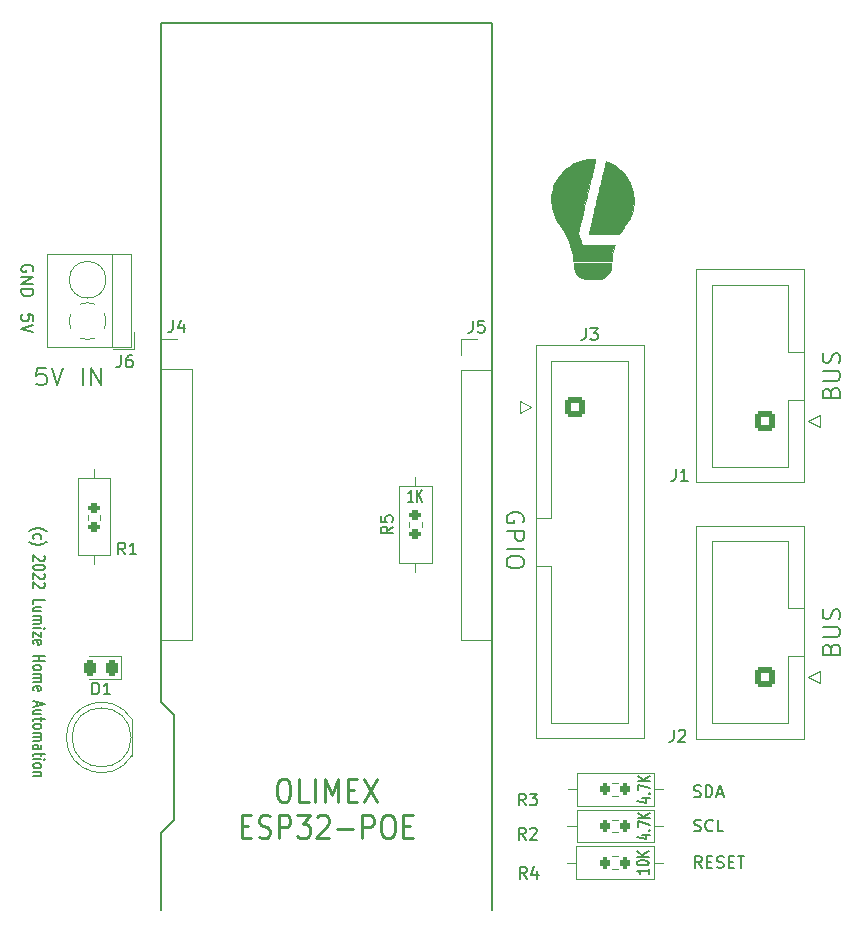
<source format=gto>
%TF.GenerationSoftware,KiCad,Pcbnew,(6.0.4)*%
%TF.CreationDate,2022-04-04T21:54:52+02:00*%
%TF.ProjectId,MCU_INTERFACE_BOARD,4d43555f-494e-4544-9552-464143455f42,rev?*%
%TF.SameCoordinates,Original*%
%TF.FileFunction,Legend,Top*%
%TF.FilePolarity,Positive*%
%FSLAX46Y46*%
G04 Gerber Fmt 4.6, Leading zero omitted, Abs format (unit mm)*
G04 Created by KiCad (PCBNEW (6.0.4)) date 2022-04-04 21:54:52*
%MOMM*%
%LPD*%
G01*
G04 APERTURE LIST*
G04 Aperture macros list*
%AMRoundRect*
0 Rectangle with rounded corners*
0 $1 Rounding radius*
0 $2 $3 $4 $5 $6 $7 $8 $9 X,Y pos of 4 corners*
0 Add a 4 corners polygon primitive as box body*
4,1,4,$2,$3,$4,$5,$6,$7,$8,$9,$2,$3,0*
0 Add four circle primitives for the rounded corners*
1,1,$1+$1,$2,$3*
1,1,$1+$1,$4,$5*
1,1,$1+$1,$6,$7*
1,1,$1+$1,$8,$9*
0 Add four rect primitives between the rounded corners*
20,1,$1+$1,$2,$3,$4,$5,0*
20,1,$1+$1,$4,$5,$6,$7,0*
20,1,$1+$1,$6,$7,$8,$9,0*
20,1,$1+$1,$8,$9,$2,$3,0*%
G04 Aperture macros list end*
%ADD10C,0.150000*%
%ADD11C,0.200000*%
%ADD12C,0.180000*%
%ADD13C,0.230000*%
%ADD14C,0.120000*%
%ADD15C,0.010000*%
%ADD16R,2.400000X2.400000*%
%ADD17C,2.400000*%
%ADD18C,5.600000*%
%ADD19R,1.700000X1.700000*%
%ADD20O,1.700000X1.700000*%
%ADD21RoundRect,0.250000X-0.600000X-0.600000X0.600000X-0.600000X0.600000X0.600000X-0.600000X0.600000X0*%
%ADD22C,1.700000*%
%ADD23RoundRect,0.243750X0.243750X0.456250X-0.243750X0.456250X-0.243750X-0.456250X0.243750X-0.456250X0*%
%ADD24RoundRect,0.250000X0.600000X0.600000X-0.600000X0.600000X-0.600000X-0.600000X0.600000X-0.600000X0*%
%ADD25C,1.600000*%
%ADD26O,1.600000X1.600000*%
%ADD27RoundRect,0.200000X0.275000X-0.200000X0.275000X0.200000X-0.275000X0.200000X-0.275000X-0.200000X0*%
%ADD28RoundRect,0.200000X-0.200000X-0.275000X0.200000X-0.275000X0.200000X0.275000X-0.200000X0.275000X0*%
%ADD29R,1.800000X1.800000*%
%ADD30C,1.800000*%
%ADD31RoundRect,0.200000X-0.275000X0.200000X-0.275000X-0.200000X0.275000X-0.200000X0.275000X0.200000X0*%
G04 APERTURE END LIST*
D10*
X116500000Y-128600000D02*
X117600000Y-127500000D01*
X117600000Y-118600000D02*
X116500000Y-117500000D01*
X117600000Y-127500000D02*
X117600000Y-118600000D01*
X116500000Y-117500000D02*
X116500000Y-60000000D01*
X116500000Y-60000000D02*
X144500000Y-60000000D01*
X144500000Y-60000000D02*
X144500000Y-135100000D01*
X116500000Y-135100000D02*
X116500000Y-128600000D01*
X105266666Y-103033333D02*
X105314285Y-102995238D01*
X105457142Y-102919047D01*
X105552380Y-102880952D01*
X105695238Y-102842857D01*
X105933333Y-102804761D01*
X106123809Y-102804761D01*
X106361904Y-102842857D01*
X106504761Y-102880952D01*
X106600000Y-102919047D01*
X106742857Y-102995238D01*
X106790476Y-103033333D01*
X105695238Y-103680952D02*
X105647619Y-103604761D01*
X105647619Y-103452380D01*
X105695238Y-103376190D01*
X105742857Y-103338095D01*
X105838095Y-103300000D01*
X106123809Y-103300000D01*
X106219047Y-103338095D01*
X106266666Y-103376190D01*
X106314285Y-103452380D01*
X106314285Y-103604761D01*
X106266666Y-103680952D01*
X105266666Y-103947619D02*
X105314285Y-103985714D01*
X105457142Y-104061904D01*
X105552380Y-104100000D01*
X105695238Y-104138095D01*
X105933333Y-104176190D01*
X106123809Y-104176190D01*
X106361904Y-104138095D01*
X106504761Y-104100000D01*
X106600000Y-104061904D01*
X106742857Y-103985714D01*
X106790476Y-103947619D01*
X106552380Y-105128571D02*
X106600000Y-105166666D01*
X106647619Y-105242857D01*
X106647619Y-105433333D01*
X106600000Y-105509523D01*
X106552380Y-105547619D01*
X106457142Y-105585714D01*
X106361904Y-105585714D01*
X106219047Y-105547619D01*
X105647619Y-105090476D01*
X105647619Y-105585714D01*
X106647619Y-106080952D02*
X106647619Y-106157142D01*
X106600000Y-106233333D01*
X106552380Y-106271428D01*
X106457142Y-106309523D01*
X106266666Y-106347619D01*
X106028571Y-106347619D01*
X105838095Y-106309523D01*
X105742857Y-106271428D01*
X105695238Y-106233333D01*
X105647619Y-106157142D01*
X105647619Y-106080952D01*
X105695238Y-106004761D01*
X105742857Y-105966666D01*
X105838095Y-105928571D01*
X106028571Y-105890476D01*
X106266666Y-105890476D01*
X106457142Y-105928571D01*
X106552380Y-105966666D01*
X106600000Y-106004761D01*
X106647619Y-106080952D01*
X106552380Y-106652380D02*
X106600000Y-106690476D01*
X106647619Y-106766666D01*
X106647619Y-106957142D01*
X106600000Y-107033333D01*
X106552380Y-107071428D01*
X106457142Y-107109523D01*
X106361904Y-107109523D01*
X106219047Y-107071428D01*
X105647619Y-106614285D01*
X105647619Y-107109523D01*
X106552380Y-107414285D02*
X106600000Y-107452380D01*
X106647619Y-107528571D01*
X106647619Y-107719047D01*
X106600000Y-107795238D01*
X106552380Y-107833333D01*
X106457142Y-107871428D01*
X106361904Y-107871428D01*
X106219047Y-107833333D01*
X105647619Y-107376190D01*
X105647619Y-107871428D01*
X105647619Y-109204761D02*
X105647619Y-108823809D01*
X106647619Y-108823809D01*
X106314285Y-109814285D02*
X105647619Y-109814285D01*
X106314285Y-109471428D02*
X105790476Y-109471428D01*
X105695238Y-109509523D01*
X105647619Y-109585714D01*
X105647619Y-109700000D01*
X105695238Y-109776190D01*
X105742857Y-109814285D01*
X105647619Y-110195238D02*
X106314285Y-110195238D01*
X106219047Y-110195238D02*
X106266666Y-110233333D01*
X106314285Y-110309523D01*
X106314285Y-110423809D01*
X106266666Y-110500000D01*
X106171428Y-110538095D01*
X105647619Y-110538095D01*
X106171428Y-110538095D02*
X106266666Y-110576190D01*
X106314285Y-110652380D01*
X106314285Y-110766666D01*
X106266666Y-110842857D01*
X106171428Y-110880952D01*
X105647619Y-110880952D01*
X105647619Y-111261904D02*
X106314285Y-111261904D01*
X106647619Y-111261904D02*
X106600000Y-111223809D01*
X106552380Y-111261904D01*
X106600000Y-111300000D01*
X106647619Y-111261904D01*
X106552380Y-111261904D01*
X106314285Y-111566666D02*
X106314285Y-111985714D01*
X105647619Y-111566666D01*
X105647619Y-111985714D01*
X105695238Y-112595238D02*
X105647619Y-112519047D01*
X105647619Y-112366666D01*
X105695238Y-112290476D01*
X105790476Y-112252380D01*
X106171428Y-112252380D01*
X106266666Y-112290476D01*
X106314285Y-112366666D01*
X106314285Y-112519047D01*
X106266666Y-112595238D01*
X106171428Y-112633333D01*
X106076190Y-112633333D01*
X105980952Y-112252380D01*
X105647619Y-113585714D02*
X106647619Y-113585714D01*
X106171428Y-113585714D02*
X106171428Y-114042857D01*
X105647619Y-114042857D02*
X106647619Y-114042857D01*
X105647619Y-114538095D02*
X105695238Y-114461904D01*
X105742857Y-114423809D01*
X105838095Y-114385714D01*
X106123809Y-114385714D01*
X106219047Y-114423809D01*
X106266666Y-114461904D01*
X106314285Y-114538095D01*
X106314285Y-114652380D01*
X106266666Y-114728571D01*
X106219047Y-114766666D01*
X106123809Y-114804761D01*
X105838095Y-114804761D01*
X105742857Y-114766666D01*
X105695238Y-114728571D01*
X105647619Y-114652380D01*
X105647619Y-114538095D01*
X105647619Y-115147619D02*
X106314285Y-115147619D01*
X106219047Y-115147619D02*
X106266666Y-115185714D01*
X106314285Y-115261904D01*
X106314285Y-115376190D01*
X106266666Y-115452380D01*
X106171428Y-115490476D01*
X105647619Y-115490476D01*
X106171428Y-115490476D02*
X106266666Y-115528571D01*
X106314285Y-115604761D01*
X106314285Y-115719047D01*
X106266666Y-115795238D01*
X106171428Y-115833333D01*
X105647619Y-115833333D01*
X105695238Y-116519047D02*
X105647619Y-116442857D01*
X105647619Y-116290476D01*
X105695238Y-116214285D01*
X105790476Y-116176190D01*
X106171428Y-116176190D01*
X106266666Y-116214285D01*
X106314285Y-116290476D01*
X106314285Y-116442857D01*
X106266666Y-116519047D01*
X106171428Y-116557142D01*
X106076190Y-116557142D01*
X105980952Y-116176190D01*
X105933333Y-117471428D02*
X105933333Y-117852380D01*
X105647619Y-117395238D02*
X106647619Y-117661904D01*
X105647619Y-117928571D01*
X106314285Y-118538095D02*
X105647619Y-118538095D01*
X106314285Y-118195238D02*
X105790476Y-118195238D01*
X105695238Y-118233333D01*
X105647619Y-118309523D01*
X105647619Y-118423809D01*
X105695238Y-118500000D01*
X105742857Y-118538095D01*
X106314285Y-118804761D02*
X106314285Y-119109523D01*
X106647619Y-118919047D02*
X105790476Y-118919047D01*
X105695238Y-118957142D01*
X105647619Y-119033333D01*
X105647619Y-119109523D01*
X105647619Y-119490476D02*
X105695238Y-119414285D01*
X105742857Y-119376190D01*
X105838095Y-119338095D01*
X106123809Y-119338095D01*
X106219047Y-119376190D01*
X106266666Y-119414285D01*
X106314285Y-119490476D01*
X106314285Y-119604761D01*
X106266666Y-119680952D01*
X106219047Y-119719047D01*
X106123809Y-119757142D01*
X105838095Y-119757142D01*
X105742857Y-119719047D01*
X105695238Y-119680952D01*
X105647619Y-119604761D01*
X105647619Y-119490476D01*
X105647619Y-120100000D02*
X106314285Y-120100000D01*
X106219047Y-120100000D02*
X106266666Y-120138095D01*
X106314285Y-120214285D01*
X106314285Y-120328571D01*
X106266666Y-120404761D01*
X106171428Y-120442857D01*
X105647619Y-120442857D01*
X106171428Y-120442857D02*
X106266666Y-120480952D01*
X106314285Y-120557142D01*
X106314285Y-120671428D01*
X106266666Y-120747619D01*
X106171428Y-120785714D01*
X105647619Y-120785714D01*
X105647619Y-121509523D02*
X106171428Y-121509523D01*
X106266666Y-121471428D01*
X106314285Y-121395238D01*
X106314285Y-121242857D01*
X106266666Y-121166666D01*
X105695238Y-121509523D02*
X105647619Y-121433333D01*
X105647619Y-121242857D01*
X105695238Y-121166666D01*
X105790476Y-121128571D01*
X105885714Y-121128571D01*
X105980952Y-121166666D01*
X106028571Y-121242857D01*
X106028571Y-121433333D01*
X106076190Y-121509523D01*
X106314285Y-121776190D02*
X106314285Y-122080952D01*
X106647619Y-121890476D02*
X105790476Y-121890476D01*
X105695238Y-121928571D01*
X105647619Y-122004761D01*
X105647619Y-122080952D01*
X105647619Y-122347619D02*
X106314285Y-122347619D01*
X106647619Y-122347619D02*
X106600000Y-122309523D01*
X106552380Y-122347619D01*
X106600000Y-122385714D01*
X106647619Y-122347619D01*
X106552380Y-122347619D01*
X105647619Y-122842857D02*
X105695238Y-122766666D01*
X105742857Y-122728571D01*
X105838095Y-122690476D01*
X106123809Y-122690476D01*
X106219047Y-122728571D01*
X106266666Y-122766666D01*
X106314285Y-122842857D01*
X106314285Y-122957142D01*
X106266666Y-123033333D01*
X106219047Y-123071428D01*
X106123809Y-123109523D01*
X105838095Y-123109523D01*
X105742857Y-123071428D01*
X105695238Y-123033333D01*
X105647619Y-122957142D01*
X105647619Y-122842857D01*
X106314285Y-123452380D02*
X105647619Y-123452380D01*
X106219047Y-123452380D02*
X106266666Y-123490476D01*
X106314285Y-123566666D01*
X106314285Y-123680952D01*
X106266666Y-123757142D01*
X106171428Y-123795238D01*
X105647619Y-123795238D01*
D11*
X147150000Y-102300000D02*
X147221428Y-102157142D01*
X147221428Y-101942857D01*
X147150000Y-101728571D01*
X147007142Y-101585714D01*
X146864285Y-101514285D01*
X146578571Y-101442857D01*
X146364285Y-101442857D01*
X146078571Y-101514285D01*
X145935714Y-101585714D01*
X145792857Y-101728571D01*
X145721428Y-101942857D01*
X145721428Y-102085714D01*
X145792857Y-102300000D01*
X145864285Y-102371428D01*
X146364285Y-102371428D01*
X146364285Y-102085714D01*
X145721428Y-103014285D02*
X147221428Y-103014285D01*
X147221428Y-103585714D01*
X147150000Y-103728571D01*
X147078571Y-103800000D01*
X146935714Y-103871428D01*
X146721428Y-103871428D01*
X146578571Y-103800000D01*
X146507142Y-103728571D01*
X146435714Y-103585714D01*
X146435714Y-103014285D01*
X145721428Y-104514285D02*
X147221428Y-104514285D01*
X147221428Y-105514285D02*
X147221428Y-105800000D01*
X147150000Y-105942857D01*
X147007142Y-106085714D01*
X146721428Y-106157142D01*
X146221428Y-106157142D01*
X145935714Y-106085714D01*
X145792857Y-105942857D01*
X145721428Y-105800000D01*
X145721428Y-105514285D01*
X145792857Y-105371428D01*
X145935714Y-105228571D01*
X146221428Y-105157142D01*
X146721428Y-105157142D01*
X147007142Y-105228571D01*
X147150000Y-105371428D01*
X147221428Y-105514285D01*
D10*
X105600000Y-81038095D02*
X105647619Y-80942857D01*
X105647619Y-80800000D01*
X105600000Y-80657142D01*
X105504761Y-80561904D01*
X105409523Y-80514285D01*
X105219047Y-80466666D01*
X105076190Y-80466666D01*
X104885714Y-80514285D01*
X104790476Y-80561904D01*
X104695238Y-80657142D01*
X104647619Y-80800000D01*
X104647619Y-80895238D01*
X104695238Y-81038095D01*
X104742857Y-81085714D01*
X105076190Y-81085714D01*
X105076190Y-80895238D01*
X104647619Y-81514285D02*
X105647619Y-81514285D01*
X104647619Y-82085714D01*
X105647619Y-82085714D01*
X104647619Y-82561904D02*
X105647619Y-82561904D01*
X105647619Y-82800000D01*
X105600000Y-82942857D01*
X105504761Y-83038095D01*
X105409523Y-83085714D01*
X105219047Y-83133333D01*
X105076190Y-83133333D01*
X104885714Y-83085714D01*
X104790476Y-83038095D01*
X104695238Y-82942857D01*
X104647619Y-82800000D01*
X104647619Y-82561904D01*
X161609523Y-128404761D02*
X161752380Y-128452380D01*
X161990476Y-128452380D01*
X162085714Y-128404761D01*
X162133333Y-128357142D01*
X162180952Y-128261904D01*
X162180952Y-128166666D01*
X162133333Y-128071428D01*
X162085714Y-128023809D01*
X161990476Y-127976190D01*
X161800000Y-127928571D01*
X161704761Y-127880952D01*
X161657142Y-127833333D01*
X161609523Y-127738095D01*
X161609523Y-127642857D01*
X161657142Y-127547619D01*
X161704761Y-127500000D01*
X161800000Y-127452380D01*
X162038095Y-127452380D01*
X162180952Y-127500000D01*
X163180952Y-128357142D02*
X163133333Y-128404761D01*
X162990476Y-128452380D01*
X162895238Y-128452380D01*
X162752380Y-128404761D01*
X162657142Y-128309523D01*
X162609523Y-128214285D01*
X162561904Y-128023809D01*
X162561904Y-127880952D01*
X162609523Y-127690476D01*
X162657142Y-127595238D01*
X162752380Y-127500000D01*
X162895238Y-127452380D01*
X162990476Y-127452380D01*
X163133333Y-127500000D01*
X163180952Y-127547619D01*
X164085714Y-128452380D02*
X163609523Y-128452380D01*
X163609523Y-127452380D01*
D11*
X173192857Y-91292857D02*
X173264285Y-91078571D01*
X173335714Y-91007142D01*
X173478571Y-90935714D01*
X173692857Y-90935714D01*
X173835714Y-91007142D01*
X173907142Y-91078571D01*
X173978571Y-91221428D01*
X173978571Y-91792857D01*
X172478571Y-91792857D01*
X172478571Y-91292857D01*
X172550000Y-91150000D01*
X172621428Y-91078571D01*
X172764285Y-91007142D01*
X172907142Y-91007142D01*
X173050000Y-91078571D01*
X173121428Y-91150000D01*
X173192857Y-91292857D01*
X173192857Y-91792857D01*
X172478571Y-90292857D02*
X173692857Y-90292857D01*
X173835714Y-90221428D01*
X173907142Y-90150000D01*
X173978571Y-90007142D01*
X173978571Y-89721428D01*
X173907142Y-89578571D01*
X173835714Y-89507142D01*
X173692857Y-89435714D01*
X172478571Y-89435714D01*
X173907142Y-88792857D02*
X173978571Y-88578571D01*
X173978571Y-88221428D01*
X173907142Y-88078571D01*
X173835714Y-88007142D01*
X173692857Y-87935714D01*
X173550000Y-87935714D01*
X173407142Y-88007142D01*
X173335714Y-88078571D01*
X173264285Y-88221428D01*
X173192857Y-88507142D01*
X173121428Y-88650000D01*
X173050000Y-88721428D01*
X172907142Y-88792857D01*
X172764285Y-88792857D01*
X172621428Y-88721428D01*
X172550000Y-88650000D01*
X172478571Y-88507142D01*
X172478571Y-88150000D01*
X172550000Y-87935714D01*
D10*
X105647619Y-85209523D02*
X105647619Y-84733333D01*
X105171428Y-84685714D01*
X105219047Y-84733333D01*
X105266666Y-84828571D01*
X105266666Y-85066666D01*
X105219047Y-85161904D01*
X105171428Y-85209523D01*
X105076190Y-85257142D01*
X104838095Y-85257142D01*
X104742857Y-85209523D01*
X104695238Y-85161904D01*
X104647619Y-85066666D01*
X104647619Y-84828571D01*
X104695238Y-84733333D01*
X104742857Y-84685714D01*
X105647619Y-85542857D02*
X104647619Y-85876190D01*
X105647619Y-86209523D01*
D12*
X106700000Y-89178571D02*
X105985714Y-89178571D01*
X105914285Y-89892857D01*
X105985714Y-89821428D01*
X106128571Y-89750000D01*
X106485714Y-89750000D01*
X106628571Y-89821428D01*
X106700000Y-89892857D01*
X106771428Y-90035714D01*
X106771428Y-90392857D01*
X106700000Y-90535714D01*
X106628571Y-90607142D01*
X106485714Y-90678571D01*
X106128571Y-90678571D01*
X105985714Y-90607142D01*
X105914285Y-90535714D01*
X107200000Y-89178571D02*
X107700000Y-90678571D01*
X108200000Y-89178571D01*
X109842857Y-90678571D02*
X109842857Y-89178571D01*
X110557142Y-90678571D02*
X110557142Y-89178571D01*
X111414285Y-90678571D01*
X111414285Y-89178571D01*
D10*
X137839285Y-100552380D02*
X137410714Y-100552380D01*
X137625000Y-100552380D02*
X137625000Y-99552380D01*
X137553571Y-99695238D01*
X137482142Y-99790476D01*
X137410714Y-99838095D01*
X138160714Y-100552380D02*
X138160714Y-99552380D01*
X138589285Y-100552380D02*
X138267857Y-99980952D01*
X138589285Y-99552380D02*
X138160714Y-100123809D01*
X162247619Y-131552380D02*
X161914285Y-131076190D01*
X161676190Y-131552380D02*
X161676190Y-130552380D01*
X162057142Y-130552380D01*
X162152380Y-130600000D01*
X162200000Y-130647619D01*
X162247619Y-130742857D01*
X162247619Y-130885714D01*
X162200000Y-130980952D01*
X162152380Y-131028571D01*
X162057142Y-131076190D01*
X161676190Y-131076190D01*
X162676190Y-131028571D02*
X163009523Y-131028571D01*
X163152380Y-131552380D02*
X162676190Y-131552380D01*
X162676190Y-130552380D01*
X163152380Y-130552380D01*
X163533333Y-131504761D02*
X163676190Y-131552380D01*
X163914285Y-131552380D01*
X164009523Y-131504761D01*
X164057142Y-131457142D01*
X164104761Y-131361904D01*
X164104761Y-131266666D01*
X164057142Y-131171428D01*
X164009523Y-131123809D01*
X163914285Y-131076190D01*
X163723809Y-131028571D01*
X163628571Y-130980952D01*
X163580952Y-130933333D01*
X163533333Y-130838095D01*
X163533333Y-130742857D01*
X163580952Y-130647619D01*
X163628571Y-130600000D01*
X163723809Y-130552380D01*
X163961904Y-130552380D01*
X164104761Y-130600000D01*
X164533333Y-131028571D02*
X164866666Y-131028571D01*
X165009523Y-131552380D02*
X164533333Y-131552380D01*
X164533333Y-130552380D01*
X165009523Y-130552380D01*
X165295238Y-130552380D02*
X165866666Y-130552380D01*
X165580952Y-131552380D02*
X165580952Y-130552380D01*
D11*
X173192857Y-112992857D02*
X173264285Y-112778571D01*
X173335714Y-112707142D01*
X173478571Y-112635714D01*
X173692857Y-112635714D01*
X173835714Y-112707142D01*
X173907142Y-112778571D01*
X173978571Y-112921428D01*
X173978571Y-113492857D01*
X172478571Y-113492857D01*
X172478571Y-112992857D01*
X172550000Y-112850000D01*
X172621428Y-112778571D01*
X172764285Y-112707142D01*
X172907142Y-112707142D01*
X173050000Y-112778571D01*
X173121428Y-112850000D01*
X173192857Y-112992857D01*
X173192857Y-113492857D01*
X172478571Y-111992857D02*
X173692857Y-111992857D01*
X173835714Y-111921428D01*
X173907142Y-111850000D01*
X173978571Y-111707142D01*
X173978571Y-111421428D01*
X173907142Y-111278571D01*
X173835714Y-111207142D01*
X173692857Y-111135714D01*
X172478571Y-111135714D01*
X173907142Y-110492857D02*
X173978571Y-110278571D01*
X173978571Y-109921428D01*
X173907142Y-109778571D01*
X173835714Y-109707142D01*
X173692857Y-109635714D01*
X173550000Y-109635714D01*
X173407142Y-109707142D01*
X173335714Y-109778571D01*
X173264285Y-109921428D01*
X173192857Y-110207142D01*
X173121428Y-110350000D01*
X173050000Y-110421428D01*
X172907142Y-110492857D01*
X172764285Y-110492857D01*
X172621428Y-110421428D01*
X172550000Y-110350000D01*
X172478571Y-110207142D01*
X172478571Y-109850000D01*
X172550000Y-109635714D01*
D10*
X157752380Y-131617857D02*
X157752380Y-132046428D01*
X157752380Y-131832142D02*
X156752380Y-131832142D01*
X156895238Y-131903571D01*
X156990476Y-131975000D01*
X157038095Y-132046428D01*
X156752380Y-131153571D02*
X156752380Y-131082142D01*
X156800000Y-131010714D01*
X156847619Y-130975000D01*
X156942857Y-130939285D01*
X157133333Y-130903571D01*
X157371428Y-130903571D01*
X157561904Y-130939285D01*
X157657142Y-130975000D01*
X157704761Y-131010714D01*
X157752380Y-131082142D01*
X157752380Y-131153571D01*
X157704761Y-131225000D01*
X157657142Y-131260714D01*
X157561904Y-131296428D01*
X157371428Y-131332142D01*
X157133333Y-131332142D01*
X156942857Y-131296428D01*
X156847619Y-131260714D01*
X156800000Y-131225000D01*
X156752380Y-131153571D01*
X157752380Y-130582142D02*
X156752380Y-130582142D01*
X157752380Y-130153571D02*
X157180952Y-130475000D01*
X156752380Y-130153571D02*
X157323809Y-130582142D01*
X157185714Y-128767857D02*
X157852380Y-128767857D01*
X156804761Y-128946428D02*
X157519047Y-129125000D01*
X157519047Y-128660714D01*
X157757142Y-128375000D02*
X157804761Y-128339285D01*
X157852380Y-128375000D01*
X157804761Y-128410714D01*
X157757142Y-128375000D01*
X157852380Y-128375000D01*
X156852380Y-128089285D02*
X156852380Y-127589285D01*
X157852380Y-127910714D01*
X157852380Y-127303571D02*
X156852380Y-127303571D01*
X157852380Y-126875000D02*
X157280952Y-127196428D01*
X156852380Y-126875000D02*
X157423809Y-127303571D01*
X157185714Y-125667857D02*
X157852380Y-125667857D01*
X156804761Y-125846428D02*
X157519047Y-126025000D01*
X157519047Y-125560714D01*
X157757142Y-125275000D02*
X157804761Y-125239285D01*
X157852380Y-125275000D01*
X157804761Y-125310714D01*
X157757142Y-125275000D01*
X157852380Y-125275000D01*
X156852380Y-124989285D02*
X156852380Y-124489285D01*
X157852380Y-124810714D01*
X157852380Y-124203571D02*
X156852380Y-124203571D01*
X157852380Y-123775000D02*
X157280952Y-124096428D01*
X156852380Y-123775000D02*
X157423809Y-124203571D01*
X161585714Y-125504761D02*
X161728571Y-125552380D01*
X161966666Y-125552380D01*
X162061904Y-125504761D01*
X162109523Y-125457142D01*
X162157142Y-125361904D01*
X162157142Y-125266666D01*
X162109523Y-125171428D01*
X162061904Y-125123809D01*
X161966666Y-125076190D01*
X161776190Y-125028571D01*
X161680952Y-124980952D01*
X161633333Y-124933333D01*
X161585714Y-124838095D01*
X161585714Y-124742857D01*
X161633333Y-124647619D01*
X161680952Y-124600000D01*
X161776190Y-124552380D01*
X162014285Y-124552380D01*
X162157142Y-124600000D01*
X162585714Y-125552380D02*
X162585714Y-124552380D01*
X162823809Y-124552380D01*
X162966666Y-124600000D01*
X163061904Y-124695238D01*
X163109523Y-124790476D01*
X163157142Y-124980952D01*
X163157142Y-125123809D01*
X163109523Y-125314285D01*
X163061904Y-125409523D01*
X162966666Y-125504761D01*
X162823809Y-125552380D01*
X162585714Y-125552380D01*
X163538095Y-125266666D02*
X164014285Y-125266666D01*
X163442857Y-125552380D02*
X163776190Y-124552380D01*
X164109523Y-125552380D01*
D13*
X126695238Y-124030023D02*
X127019047Y-124030023D01*
X127180952Y-124120500D01*
X127342857Y-124301452D01*
X127423809Y-124663357D01*
X127423809Y-125296690D01*
X127342857Y-125658595D01*
X127180952Y-125839547D01*
X127019047Y-125930023D01*
X126695238Y-125930023D01*
X126533333Y-125839547D01*
X126371428Y-125658595D01*
X126290476Y-125296690D01*
X126290476Y-124663357D01*
X126371428Y-124301452D01*
X126533333Y-124120500D01*
X126695238Y-124030023D01*
X128961904Y-125930023D02*
X128152380Y-125930023D01*
X128152380Y-124030023D01*
X129528571Y-125930023D02*
X129528571Y-124030023D01*
X130338095Y-125930023D02*
X130338095Y-124030023D01*
X130904761Y-125387166D01*
X131471428Y-124030023D01*
X131471428Y-125930023D01*
X132280952Y-124934785D02*
X132847619Y-124934785D01*
X133090476Y-125930023D02*
X132280952Y-125930023D01*
X132280952Y-124030023D01*
X133090476Y-124030023D01*
X133657142Y-124030023D02*
X134790476Y-125930023D01*
X134790476Y-124030023D02*
X133657142Y-125930023D01*
X123295238Y-127993785D02*
X123861904Y-127993785D01*
X124104761Y-128989023D02*
X123295238Y-128989023D01*
X123295238Y-127089023D01*
X124104761Y-127089023D01*
X124752380Y-128898547D02*
X124995238Y-128989023D01*
X125400000Y-128989023D01*
X125561904Y-128898547D01*
X125642857Y-128808071D01*
X125723809Y-128627119D01*
X125723809Y-128446166D01*
X125642857Y-128265214D01*
X125561904Y-128174738D01*
X125400000Y-128084261D01*
X125076190Y-127993785D01*
X124914285Y-127903309D01*
X124833333Y-127812833D01*
X124752380Y-127631880D01*
X124752380Y-127450928D01*
X124833333Y-127269976D01*
X124914285Y-127179500D01*
X125076190Y-127089023D01*
X125480952Y-127089023D01*
X125723809Y-127179500D01*
X126452380Y-128989023D02*
X126452380Y-127089023D01*
X127100000Y-127089023D01*
X127261904Y-127179500D01*
X127342857Y-127269976D01*
X127423809Y-127450928D01*
X127423809Y-127722357D01*
X127342857Y-127903309D01*
X127261904Y-127993785D01*
X127100000Y-128084261D01*
X126452380Y-128084261D01*
X127990476Y-127089023D02*
X129042857Y-127089023D01*
X128476190Y-127812833D01*
X128719047Y-127812833D01*
X128880952Y-127903309D01*
X128961904Y-127993785D01*
X129042857Y-128174738D01*
X129042857Y-128627119D01*
X128961904Y-128808071D01*
X128880952Y-128898547D01*
X128719047Y-128989023D01*
X128233333Y-128989023D01*
X128071428Y-128898547D01*
X127990476Y-128808071D01*
X129690476Y-127269976D02*
X129771428Y-127179500D01*
X129933333Y-127089023D01*
X130338095Y-127089023D01*
X130500000Y-127179500D01*
X130580952Y-127269976D01*
X130661904Y-127450928D01*
X130661904Y-127631880D01*
X130580952Y-127903309D01*
X129609523Y-128989023D01*
X130661904Y-128989023D01*
X131390476Y-128265214D02*
X132685714Y-128265214D01*
X133495238Y-128989023D02*
X133495238Y-127089023D01*
X134142857Y-127089023D01*
X134304761Y-127179500D01*
X134385714Y-127269976D01*
X134466666Y-127450928D01*
X134466666Y-127722357D01*
X134385714Y-127903309D01*
X134304761Y-127993785D01*
X134142857Y-128084261D01*
X133495238Y-128084261D01*
X135519047Y-127089023D02*
X135842857Y-127089023D01*
X136004761Y-127179500D01*
X136166666Y-127360452D01*
X136247619Y-127722357D01*
X136247619Y-128355690D01*
X136166666Y-128717595D01*
X136004761Y-128898547D01*
X135842857Y-128989023D01*
X135519047Y-128989023D01*
X135357142Y-128898547D01*
X135195238Y-128717595D01*
X135114285Y-128355690D01*
X135114285Y-127722357D01*
X135195238Y-127360452D01*
X135357142Y-127179500D01*
X135519047Y-127089023D01*
X136976190Y-127993785D02*
X137542857Y-127993785D01*
X137785714Y-128989023D02*
X136976190Y-128989023D01*
X136976190Y-127089023D01*
X137785714Y-127089023D01*
D10*
X113066666Y-88152380D02*
X113066666Y-88866666D01*
X113019047Y-89009523D01*
X112923809Y-89104761D01*
X112780952Y-89152380D01*
X112685714Y-89152380D01*
X113971428Y-88152380D02*
X113780952Y-88152380D01*
X113685714Y-88200000D01*
X113638095Y-88247619D01*
X113542857Y-88390476D01*
X113495238Y-88580952D01*
X113495238Y-88961904D01*
X113542857Y-89057142D01*
X113590476Y-89104761D01*
X113685714Y-89152380D01*
X113876190Y-89152380D01*
X113971428Y-89104761D01*
X114019047Y-89057142D01*
X114066666Y-88961904D01*
X114066666Y-88723809D01*
X114019047Y-88628571D01*
X113971428Y-88580952D01*
X113876190Y-88533333D01*
X113685714Y-88533333D01*
X113590476Y-88580952D01*
X113542857Y-88628571D01*
X113495238Y-88723809D01*
X142866666Y-85222380D02*
X142866666Y-85936666D01*
X142819047Y-86079523D01*
X142723809Y-86174761D01*
X142580952Y-86222380D01*
X142485714Y-86222380D01*
X143819047Y-85222380D02*
X143342857Y-85222380D01*
X143295238Y-85698571D01*
X143342857Y-85650952D01*
X143438095Y-85603333D01*
X143676190Y-85603333D01*
X143771428Y-85650952D01*
X143819047Y-85698571D01*
X143866666Y-85793809D01*
X143866666Y-86031904D01*
X143819047Y-86127142D01*
X143771428Y-86174761D01*
X143676190Y-86222380D01*
X143438095Y-86222380D01*
X143342857Y-86174761D01*
X143295238Y-86127142D01*
X117466666Y-85182380D02*
X117466666Y-85896666D01*
X117419047Y-86039523D01*
X117323809Y-86134761D01*
X117180952Y-86182380D01*
X117085714Y-86182380D01*
X118371428Y-85515714D02*
X118371428Y-86182380D01*
X118133333Y-85134761D02*
X117895238Y-85849047D01*
X118514285Y-85849047D01*
X152436666Y-85852380D02*
X152436666Y-86566666D01*
X152389047Y-86709523D01*
X152293809Y-86804761D01*
X152150952Y-86852380D01*
X152055714Y-86852380D01*
X152817619Y-85852380D02*
X153436666Y-85852380D01*
X153103333Y-86233333D01*
X153246190Y-86233333D01*
X153341428Y-86280952D01*
X153389047Y-86328571D01*
X153436666Y-86423809D01*
X153436666Y-86661904D01*
X153389047Y-86757142D01*
X153341428Y-86804761D01*
X153246190Y-86852380D01*
X152960476Y-86852380D01*
X152865238Y-86804761D01*
X152817619Y-86757142D01*
X110661904Y-116852380D02*
X110661904Y-115852380D01*
X110900000Y-115852380D01*
X111042857Y-115900000D01*
X111138095Y-115995238D01*
X111185714Y-116090476D01*
X111233333Y-116280952D01*
X111233333Y-116423809D01*
X111185714Y-116614285D01*
X111138095Y-116709523D01*
X111042857Y-116804761D01*
X110900000Y-116852380D01*
X110661904Y-116852380D01*
X112185714Y-116852380D02*
X111614285Y-116852380D01*
X111900000Y-116852380D02*
X111900000Y-115852380D01*
X111804761Y-115995238D01*
X111709523Y-116090476D01*
X111614285Y-116138095D01*
X160066666Y-97752380D02*
X160066666Y-98466666D01*
X160019047Y-98609523D01*
X159923809Y-98704761D01*
X159780952Y-98752380D01*
X159685714Y-98752380D01*
X161066666Y-98752380D02*
X160495238Y-98752380D01*
X160780952Y-98752380D02*
X160780952Y-97752380D01*
X160685714Y-97895238D01*
X160590476Y-97990476D01*
X160495238Y-98038095D01*
X159866666Y-119852380D02*
X159866666Y-120566666D01*
X159819047Y-120709523D01*
X159723809Y-120804761D01*
X159580952Y-120852380D01*
X159485714Y-120852380D01*
X160295238Y-119947619D02*
X160342857Y-119900000D01*
X160438095Y-119852380D01*
X160676190Y-119852380D01*
X160771428Y-119900000D01*
X160819047Y-119947619D01*
X160866666Y-120042857D01*
X160866666Y-120138095D01*
X160819047Y-120280952D01*
X160247619Y-120852380D01*
X160866666Y-120852380D01*
X147333333Y-126252380D02*
X147000000Y-125776190D01*
X146761904Y-126252380D02*
X146761904Y-125252380D01*
X147142857Y-125252380D01*
X147238095Y-125300000D01*
X147285714Y-125347619D01*
X147333333Y-125442857D01*
X147333333Y-125585714D01*
X147285714Y-125680952D01*
X147238095Y-125728571D01*
X147142857Y-125776190D01*
X146761904Y-125776190D01*
X147666666Y-125252380D02*
X148285714Y-125252380D01*
X147952380Y-125633333D01*
X148095238Y-125633333D01*
X148190476Y-125680952D01*
X148238095Y-125728571D01*
X148285714Y-125823809D01*
X148285714Y-126061904D01*
X148238095Y-126157142D01*
X148190476Y-126204761D01*
X148095238Y-126252380D01*
X147809523Y-126252380D01*
X147714285Y-126204761D01*
X147666666Y-126157142D01*
X147333333Y-129152380D02*
X147000000Y-128676190D01*
X146761904Y-129152380D02*
X146761904Y-128152380D01*
X147142857Y-128152380D01*
X147238095Y-128200000D01*
X147285714Y-128247619D01*
X147333333Y-128342857D01*
X147333333Y-128485714D01*
X147285714Y-128580952D01*
X147238095Y-128628571D01*
X147142857Y-128676190D01*
X146761904Y-128676190D01*
X147714285Y-128247619D02*
X147761904Y-128200000D01*
X147857142Y-128152380D01*
X148095238Y-128152380D01*
X148190476Y-128200000D01*
X148238095Y-128247619D01*
X148285714Y-128342857D01*
X148285714Y-128438095D01*
X148238095Y-128580952D01*
X147666666Y-129152380D01*
X148285714Y-129152380D01*
X113433333Y-105007380D02*
X113100000Y-104531190D01*
X112861904Y-105007380D02*
X112861904Y-104007380D01*
X113242857Y-104007380D01*
X113338095Y-104055000D01*
X113385714Y-104102619D01*
X113433333Y-104197857D01*
X113433333Y-104340714D01*
X113385714Y-104435952D01*
X113338095Y-104483571D01*
X113242857Y-104531190D01*
X112861904Y-104531190D01*
X114385714Y-105007380D02*
X113814285Y-105007380D01*
X114100000Y-105007380D02*
X114100000Y-104007380D01*
X114004761Y-104150238D01*
X113909523Y-104245476D01*
X113814285Y-104293095D01*
X136082380Y-102646666D02*
X135606190Y-102980000D01*
X136082380Y-103218095D02*
X135082380Y-103218095D01*
X135082380Y-102837142D01*
X135130000Y-102741904D01*
X135177619Y-102694285D01*
X135272857Y-102646666D01*
X135415714Y-102646666D01*
X135510952Y-102694285D01*
X135558571Y-102741904D01*
X135606190Y-102837142D01*
X135606190Y-103218095D01*
X135082380Y-101741904D02*
X135082380Y-102218095D01*
X135558571Y-102265714D01*
X135510952Y-102218095D01*
X135463333Y-102122857D01*
X135463333Y-101884761D01*
X135510952Y-101789523D01*
X135558571Y-101741904D01*
X135653809Y-101694285D01*
X135891904Y-101694285D01*
X135987142Y-101741904D01*
X136034761Y-101789523D01*
X136082380Y-101884761D01*
X136082380Y-102122857D01*
X136034761Y-102218095D01*
X135987142Y-102265714D01*
X147433333Y-132452380D02*
X147100000Y-131976190D01*
X146861904Y-132452380D02*
X146861904Y-131452380D01*
X147242857Y-131452380D01*
X147338095Y-131500000D01*
X147385714Y-131547619D01*
X147433333Y-131642857D01*
X147433333Y-131785714D01*
X147385714Y-131880952D01*
X147338095Y-131928571D01*
X147242857Y-131976190D01*
X146861904Y-131976190D01*
X148290476Y-131785714D02*
X148290476Y-132452380D01*
X148052380Y-131404761D02*
X147814285Y-132119047D01*
X148433333Y-132119047D01*
D14*
X106790000Y-87410000D02*
X113910000Y-87410000D01*
X106790000Y-87410000D02*
X106790000Y-79590000D01*
X114150000Y-87650000D02*
X114150000Y-86150000D01*
X112410000Y-87650000D02*
X114150000Y-87650000D01*
X106790000Y-79590000D02*
X113910000Y-79590000D01*
X112350000Y-87410000D02*
X112350000Y-79590000D01*
X113910000Y-87410000D02*
X113910000Y-79590000D01*
X110858000Y-83818000D02*
G75*
G03*
X109642258Y-83817891I-607999J-1432003D01*
G01*
X109642000Y-86682000D02*
G75*
G03*
X110857742Y-86682109I608000J1432000D01*
G01*
X108818000Y-84642000D02*
G75*
G03*
X108817891Y-85857742I1432000J-608000D01*
G01*
X111682000Y-85858000D02*
G75*
G03*
X111805493Y-85222989I-1431988J607998D01*
G01*
X111805000Y-85250000D02*
G75*
G03*
X111681385Y-84642413I-1555000J0D01*
G01*
X111805000Y-81750000D02*
G75*
G03*
X111805000Y-81750000I-1555000J0D01*
G01*
X144530000Y-89370000D02*
X144530000Y-112290000D01*
X141870000Y-89370000D02*
X141870000Y-112290000D01*
X141870000Y-89370000D02*
X144530000Y-89370000D01*
X141870000Y-88100000D02*
X141870000Y-86770000D01*
X141870000Y-86770000D02*
X143200000Y-86770000D01*
X141870000Y-112290000D02*
X144530000Y-112290000D01*
X116470000Y-86730000D02*
X117800000Y-86730000D01*
X116470000Y-89330000D02*
X119130000Y-89330000D01*
X116470000Y-88060000D02*
X116470000Y-86730000D01*
X116470000Y-112250000D02*
X119130000Y-112250000D01*
X119130000Y-89330000D02*
X119130000Y-112250000D01*
X116470000Y-89330000D02*
X116470000Y-112250000D01*
X147820000Y-92500000D02*
X146820000Y-92000000D01*
X149520000Y-88590000D02*
X156020000Y-88590000D01*
X157330000Y-87290000D02*
X157330000Y-120570000D01*
X148210000Y-101880000D02*
X149520000Y-101880000D01*
X146820000Y-92000000D02*
X146820000Y-93000000D01*
X149520000Y-119270000D02*
X149520000Y-105980000D01*
X148210000Y-87290000D02*
X157330000Y-87290000D01*
X149520000Y-105980000D02*
X149520000Y-105980000D01*
X146820000Y-93000000D02*
X147820000Y-92500000D01*
X149520000Y-101880000D02*
X149520000Y-88590000D01*
X149520000Y-105980000D02*
X148210000Y-105980000D01*
X156020000Y-88590000D02*
X156020000Y-119270000D01*
X156020000Y-119270000D02*
X149520000Y-119270000D01*
X148210000Y-120570000D02*
X148210000Y-87290000D01*
X157330000Y-120570000D02*
X148210000Y-120570000D01*
X113085000Y-115560000D02*
X113085000Y-113640000D01*
X110400000Y-115560000D02*
X113085000Y-115560000D01*
X113085000Y-113640000D02*
X110400000Y-113640000D01*
X170890000Y-91940000D02*
X169580000Y-91940000D01*
X161770000Y-80870000D02*
X170890000Y-80870000D01*
X169580000Y-97610000D02*
X163080000Y-97610000D01*
X170890000Y-98910000D02*
X161770000Y-98910000D01*
X163080000Y-97610000D02*
X163080000Y-82170000D01*
X172280000Y-94200000D02*
X172280000Y-93200000D01*
X169580000Y-91940000D02*
X169580000Y-97610000D01*
X172280000Y-93200000D02*
X171280000Y-93700000D01*
X171280000Y-93700000D02*
X172280000Y-94200000D01*
X169580000Y-82170000D02*
X169580000Y-87840000D01*
X163080000Y-82170000D02*
X169580000Y-82170000D01*
X170890000Y-80870000D02*
X170890000Y-98910000D01*
X161770000Y-98910000D02*
X161770000Y-80870000D01*
X169580000Y-87840000D02*
X170890000Y-87840000D01*
X169580000Y-87840000D02*
X169580000Y-87840000D01*
X161770000Y-120610000D02*
X161770000Y-102570000D01*
X170890000Y-102570000D02*
X170890000Y-120610000D01*
X169580000Y-119310000D02*
X163080000Y-119310000D01*
X163080000Y-119310000D02*
X163080000Y-103870000D01*
X169580000Y-103870000D02*
X169580000Y-109540000D01*
X169580000Y-113640000D02*
X169580000Y-119310000D01*
X170890000Y-120610000D02*
X161770000Y-120610000D01*
X163080000Y-103870000D02*
X169580000Y-103870000D01*
X161770000Y-102570000D02*
X170890000Y-102570000D01*
X169580000Y-109540000D02*
X169580000Y-109540000D01*
X169580000Y-109540000D02*
X170890000Y-109540000D01*
X172280000Y-115900000D02*
X172280000Y-114900000D01*
X170890000Y-113640000D02*
X169580000Y-113640000D01*
X172280000Y-114900000D02*
X171280000Y-115400000D01*
X171280000Y-115400000D02*
X172280000Y-115900000D01*
X151670000Y-123530000D02*
X151670000Y-126270000D01*
X158210000Y-126270000D02*
X158210000Y-123530000D01*
X151670000Y-126270000D02*
X158210000Y-126270000D01*
X158210000Y-123530000D02*
X151670000Y-123530000D01*
X158980000Y-124900000D02*
X158210000Y-124900000D01*
X150900000Y-124900000D02*
X151670000Y-124900000D01*
G36*
X154605280Y-80358123D02*
G01*
X154603240Y-80413304D01*
X154597613Y-80481931D01*
X154589138Y-80557595D01*
X154578553Y-80633889D01*
X154566597Y-80704404D01*
X154563581Y-80719880D01*
X154523944Y-80877609D01*
X154471095Y-81023755D01*
X154405774Y-81157305D01*
X154328724Y-81277244D01*
X154240685Y-81382558D01*
X154142401Y-81472234D01*
X154034611Y-81545256D01*
X153920043Y-81599849D01*
X153882864Y-81614262D01*
X153850321Y-81626684D01*
X153820642Y-81637267D01*
X153792055Y-81646165D01*
X153762788Y-81653530D01*
X153731071Y-81659514D01*
X153695132Y-81664270D01*
X153653200Y-81667951D01*
X153603502Y-81670709D01*
X153544269Y-81672696D01*
X153473727Y-81674066D01*
X153390106Y-81674970D01*
X153291635Y-81675562D01*
X153176542Y-81675994D01*
X153043055Y-81676418D01*
X153030480Y-81676459D01*
X152889451Y-81676836D01*
X152767344Y-81676944D01*
X152662764Y-81676761D01*
X152574312Y-81676266D01*
X152500594Y-81675436D01*
X152440213Y-81674251D01*
X152391772Y-81672688D01*
X152353875Y-81670726D01*
X152325125Y-81668343D01*
X152304127Y-81665517D01*
X152302067Y-81665148D01*
X152158717Y-81629237D01*
X152026968Y-81576682D01*
X151906992Y-81507640D01*
X151798962Y-81422269D01*
X151703047Y-81320724D01*
X151619420Y-81203162D01*
X151548253Y-81069741D01*
X151490724Y-80923635D01*
X151459846Y-80818200D01*
X151433640Y-80702685D01*
X151413276Y-80583982D01*
X151399921Y-80468981D01*
X151394745Y-80364574D01*
X151394720Y-80357435D01*
X151394720Y-80308400D01*
X154605280Y-80308400D01*
X154605280Y-80358123D01*
G37*
D15*
X154605280Y-80358123D02*
X154603240Y-80413304D01*
X154597613Y-80481931D01*
X154589138Y-80557595D01*
X154578553Y-80633889D01*
X154566597Y-80704404D01*
X154563581Y-80719880D01*
X154523944Y-80877609D01*
X154471095Y-81023755D01*
X154405774Y-81157305D01*
X154328724Y-81277244D01*
X154240685Y-81382558D01*
X154142401Y-81472234D01*
X154034611Y-81545256D01*
X153920043Y-81599849D01*
X153882864Y-81614262D01*
X153850321Y-81626684D01*
X153820642Y-81637267D01*
X153792055Y-81646165D01*
X153762788Y-81653530D01*
X153731071Y-81659514D01*
X153695132Y-81664270D01*
X153653200Y-81667951D01*
X153603502Y-81670709D01*
X153544269Y-81672696D01*
X153473727Y-81674066D01*
X153390106Y-81674970D01*
X153291635Y-81675562D01*
X153176542Y-81675994D01*
X153043055Y-81676418D01*
X153030480Y-81676459D01*
X152889451Y-81676836D01*
X152767344Y-81676944D01*
X152662764Y-81676761D01*
X152574312Y-81676266D01*
X152500594Y-81675436D01*
X152440213Y-81674251D01*
X152391772Y-81672688D01*
X152353875Y-81670726D01*
X152325125Y-81668343D01*
X152304127Y-81665517D01*
X152302067Y-81665148D01*
X152158717Y-81629237D01*
X152026968Y-81576682D01*
X151906992Y-81507640D01*
X151798962Y-81422269D01*
X151703047Y-81320724D01*
X151619420Y-81203162D01*
X151548253Y-81069741D01*
X151490724Y-80923635D01*
X151459846Y-80818200D01*
X151433640Y-80702685D01*
X151413276Y-80583982D01*
X151399921Y-80468981D01*
X151394745Y-80364574D01*
X151394720Y-80357435D01*
X151394720Y-80308400D01*
X154605280Y-80308400D01*
X154605280Y-80358123D01*
G36*
X153030275Y-71525499D02*
G01*
X153097880Y-71526093D01*
X153156140Y-71527056D01*
X153202411Y-71528330D01*
X153234048Y-71529856D01*
X153248408Y-71531574D01*
X153248909Y-71531846D01*
X153247129Y-71542146D01*
X153240828Y-71571471D01*
X153230180Y-71619076D01*
X153215359Y-71684216D01*
X153196540Y-71766145D01*
X153173897Y-71864119D01*
X153147606Y-71977393D01*
X153117840Y-72105222D01*
X153084774Y-72246860D01*
X153048582Y-72401563D01*
X153009440Y-72568586D01*
X152967522Y-72747184D01*
X152923001Y-72936611D01*
X152876054Y-73136122D01*
X152826854Y-73344974D01*
X152775576Y-73562419D01*
X152722395Y-73787715D01*
X152667485Y-74020115D01*
X152611020Y-74258874D01*
X152553175Y-74503248D01*
X152512336Y-74675653D01*
X152442353Y-74971003D01*
X152376910Y-75247229D01*
X152315858Y-75504979D01*
X152259048Y-75744901D01*
X152206332Y-75967644D01*
X152157560Y-76173855D01*
X152112585Y-76364183D01*
X152071257Y-76539274D01*
X152033428Y-76699779D01*
X151998949Y-76846343D01*
X151967671Y-76979616D01*
X151939446Y-77100246D01*
X151914125Y-77208879D01*
X151891559Y-77306165D01*
X151871600Y-77392752D01*
X151854099Y-77469287D01*
X151838906Y-77536419D01*
X151825875Y-77594795D01*
X151814855Y-77645064D01*
X151805698Y-77687873D01*
X151798256Y-77723870D01*
X151792380Y-77753704D01*
X151787920Y-77778023D01*
X151784729Y-77797475D01*
X151782657Y-77812707D01*
X151781557Y-77824367D01*
X151781278Y-77833104D01*
X151781674Y-77839566D01*
X151782594Y-77844400D01*
X151783890Y-77848256D01*
X151784182Y-77848967D01*
X151875317Y-78076698D01*
X151953032Y-78292913D01*
X152018298Y-78500443D01*
X152061647Y-78659940D01*
X152100773Y-78814880D01*
X153491273Y-78814880D01*
X153687654Y-78814891D01*
X153864704Y-78814935D01*
X154023412Y-78815022D01*
X154164766Y-78815165D01*
X154289755Y-78815376D01*
X154399369Y-78815667D01*
X154494596Y-78816051D01*
X154576424Y-78816540D01*
X154645844Y-78817145D01*
X154703843Y-78817879D01*
X154751410Y-78818754D01*
X154789535Y-78819782D01*
X154819205Y-78820976D01*
X154841411Y-78822347D01*
X154857141Y-78823908D01*
X154867383Y-78825671D01*
X154873126Y-78827647D01*
X154875360Y-78829850D01*
X154875243Y-78831898D01*
X154870348Y-78846897D01*
X154860850Y-78877866D01*
X154847817Y-78921259D01*
X154832312Y-78973535D01*
X154818600Y-79020211D01*
X154748411Y-79287498D01*
X154689978Y-79568683D01*
X154643917Y-79860667D01*
X154631053Y-79962960D01*
X154624513Y-80018472D01*
X154618286Y-80071225D01*
X154613034Y-80115622D01*
X154609417Y-80146067D01*
X154609141Y-80148380D01*
X154603373Y-80196640D01*
X152999046Y-80196640D01*
X152820177Y-80196592D01*
X152646904Y-80196453D01*
X152480311Y-80196228D01*
X152321479Y-80195922D01*
X152171491Y-80195540D01*
X152031431Y-80195087D01*
X151902380Y-80194569D01*
X151785421Y-80193990D01*
X151681636Y-80193355D01*
X151592109Y-80192671D01*
X151517922Y-80191941D01*
X151460157Y-80191171D01*
X151419897Y-80190367D01*
X151398224Y-80189532D01*
X151394593Y-80189020D01*
X151393454Y-80176892D01*
X151390376Y-80148004D01*
X151385734Y-80105784D01*
X151379904Y-80053660D01*
X151374463Y-80005594D01*
X151331762Y-79694608D01*
X151275825Y-79395023D01*
X151206981Y-79108320D01*
X151125557Y-78835983D01*
X151099320Y-78759000D01*
X151013164Y-78533275D01*
X150910338Y-78299167D01*
X150791779Y-78058429D01*
X150658428Y-77812815D01*
X150511223Y-77564079D01*
X150351105Y-77313974D01*
X150231459Y-77138480D01*
X150168916Y-77048515D01*
X150116459Y-76971776D01*
X150072101Y-76905146D01*
X150033853Y-76845505D01*
X149999727Y-76789738D01*
X149967735Y-76734725D01*
X149935890Y-76677349D01*
X149927238Y-76661381D01*
X149811070Y-76425040D01*
X149713888Y-76182664D01*
X149635648Y-75935343D01*
X149576306Y-75684165D01*
X149535819Y-75430220D01*
X149514141Y-75174596D01*
X149511229Y-74918383D01*
X149527039Y-74662670D01*
X149561526Y-74408547D01*
X149614648Y-74157101D01*
X149686359Y-73909422D01*
X149776615Y-73666600D01*
X149885373Y-73429723D01*
X150012588Y-73199881D01*
X150071091Y-73106356D01*
X150223452Y-72889559D01*
X150390548Y-72686378D01*
X150571545Y-72497377D01*
X150765607Y-72323117D01*
X150971899Y-72164160D01*
X151189587Y-72021067D01*
X151417834Y-71894401D01*
X151655805Y-71784723D01*
X151902666Y-71692595D01*
X152157581Y-71618578D01*
X152344680Y-71577003D01*
X152427511Y-71561574D01*
X152501909Y-71549460D01*
X152572308Y-71540286D01*
X152643145Y-71533677D01*
X152718856Y-71529258D01*
X152803876Y-71526654D01*
X152902642Y-71525490D01*
X152955969Y-71525333D01*
X153030275Y-71525499D01*
G37*
X153030275Y-71525499D02*
X153097880Y-71526093D01*
X153156140Y-71527056D01*
X153202411Y-71528330D01*
X153234048Y-71529856D01*
X153248408Y-71531574D01*
X153248909Y-71531846D01*
X153247129Y-71542146D01*
X153240828Y-71571471D01*
X153230180Y-71619076D01*
X153215359Y-71684216D01*
X153196540Y-71766145D01*
X153173897Y-71864119D01*
X153147606Y-71977393D01*
X153117840Y-72105222D01*
X153084774Y-72246860D01*
X153048582Y-72401563D01*
X153009440Y-72568586D01*
X152967522Y-72747184D01*
X152923001Y-72936611D01*
X152876054Y-73136122D01*
X152826854Y-73344974D01*
X152775576Y-73562419D01*
X152722395Y-73787715D01*
X152667485Y-74020115D01*
X152611020Y-74258874D01*
X152553175Y-74503248D01*
X152512336Y-74675653D01*
X152442353Y-74971003D01*
X152376910Y-75247229D01*
X152315858Y-75504979D01*
X152259048Y-75744901D01*
X152206332Y-75967644D01*
X152157560Y-76173855D01*
X152112585Y-76364183D01*
X152071257Y-76539274D01*
X152033428Y-76699779D01*
X151998949Y-76846343D01*
X151967671Y-76979616D01*
X151939446Y-77100246D01*
X151914125Y-77208879D01*
X151891559Y-77306165D01*
X151871600Y-77392752D01*
X151854099Y-77469287D01*
X151838906Y-77536419D01*
X151825875Y-77594795D01*
X151814855Y-77645064D01*
X151805698Y-77687873D01*
X151798256Y-77723870D01*
X151792380Y-77753704D01*
X151787920Y-77778023D01*
X151784729Y-77797475D01*
X151782657Y-77812707D01*
X151781557Y-77824367D01*
X151781278Y-77833104D01*
X151781674Y-77839566D01*
X151782594Y-77844400D01*
X151783890Y-77848256D01*
X151784182Y-77848967D01*
X151875317Y-78076698D01*
X151953032Y-78292913D01*
X152018298Y-78500443D01*
X152061647Y-78659940D01*
X152100773Y-78814880D01*
X153491273Y-78814880D01*
X153687654Y-78814891D01*
X153864704Y-78814935D01*
X154023412Y-78815022D01*
X154164766Y-78815165D01*
X154289755Y-78815376D01*
X154399369Y-78815667D01*
X154494596Y-78816051D01*
X154576424Y-78816540D01*
X154645844Y-78817145D01*
X154703843Y-78817879D01*
X154751410Y-78818754D01*
X154789535Y-78819782D01*
X154819205Y-78820976D01*
X154841411Y-78822347D01*
X154857141Y-78823908D01*
X154867383Y-78825671D01*
X154873126Y-78827647D01*
X154875360Y-78829850D01*
X154875243Y-78831898D01*
X154870348Y-78846897D01*
X154860850Y-78877866D01*
X154847817Y-78921259D01*
X154832312Y-78973535D01*
X154818600Y-79020211D01*
X154748411Y-79287498D01*
X154689978Y-79568683D01*
X154643917Y-79860667D01*
X154631053Y-79962960D01*
X154624513Y-80018472D01*
X154618286Y-80071225D01*
X154613034Y-80115622D01*
X154609417Y-80146067D01*
X154609141Y-80148380D01*
X154603373Y-80196640D01*
X152999046Y-80196640D01*
X152820177Y-80196592D01*
X152646904Y-80196453D01*
X152480311Y-80196228D01*
X152321479Y-80195922D01*
X152171491Y-80195540D01*
X152031431Y-80195087D01*
X151902380Y-80194569D01*
X151785421Y-80193990D01*
X151681636Y-80193355D01*
X151592109Y-80192671D01*
X151517922Y-80191941D01*
X151460157Y-80191171D01*
X151419897Y-80190367D01*
X151398224Y-80189532D01*
X151394593Y-80189020D01*
X151393454Y-80176892D01*
X151390376Y-80148004D01*
X151385734Y-80105784D01*
X151379904Y-80053660D01*
X151374463Y-80005594D01*
X151331762Y-79694608D01*
X151275825Y-79395023D01*
X151206981Y-79108320D01*
X151125557Y-78835983D01*
X151099320Y-78759000D01*
X151013164Y-78533275D01*
X150910338Y-78299167D01*
X150791779Y-78058429D01*
X150658428Y-77812815D01*
X150511223Y-77564079D01*
X150351105Y-77313974D01*
X150231459Y-77138480D01*
X150168916Y-77048515D01*
X150116459Y-76971776D01*
X150072101Y-76905146D01*
X150033853Y-76845505D01*
X149999727Y-76789738D01*
X149967735Y-76734725D01*
X149935890Y-76677349D01*
X149927238Y-76661381D01*
X149811070Y-76425040D01*
X149713888Y-76182664D01*
X149635648Y-75935343D01*
X149576306Y-75684165D01*
X149535819Y-75430220D01*
X149514141Y-75174596D01*
X149511229Y-74918383D01*
X149527039Y-74662670D01*
X149561526Y-74408547D01*
X149614648Y-74157101D01*
X149686359Y-73909422D01*
X149776615Y-73666600D01*
X149885373Y-73429723D01*
X150012588Y-73199881D01*
X150071091Y-73106356D01*
X150223452Y-72889559D01*
X150390548Y-72686378D01*
X150571545Y-72497377D01*
X150765607Y-72323117D01*
X150971899Y-72164160D01*
X151189587Y-72021067D01*
X151417834Y-71894401D01*
X151655805Y-71784723D01*
X151902666Y-71692595D01*
X152157581Y-71618578D01*
X152344680Y-71577003D01*
X152427511Y-71561574D01*
X152501909Y-71549460D01*
X152572308Y-71540286D01*
X152643145Y-71533677D01*
X152718856Y-71529258D01*
X152803876Y-71526654D01*
X152902642Y-71525490D01*
X152955969Y-71525333D01*
X153030275Y-71525499D01*
G36*
X154154521Y-71716059D02*
G01*
X154181618Y-71724483D01*
X154221926Y-71739031D01*
X154272748Y-71758682D01*
X154331387Y-71782410D01*
X154395146Y-71809194D01*
X154417229Y-71818693D01*
X154648497Y-71929736D01*
X154870417Y-72058269D01*
X155082026Y-72203271D01*
X155282363Y-72363724D01*
X155470466Y-72538607D01*
X155645373Y-72726902D01*
X155806124Y-72927590D01*
X155951757Y-73139651D01*
X156081309Y-73362066D01*
X156193820Y-73593815D01*
X156269926Y-73782569D01*
X156352619Y-74035983D01*
X156415875Y-74293187D01*
X156459693Y-74553041D01*
X156484073Y-74814401D01*
X156489016Y-75076127D01*
X156474521Y-75337076D01*
X156440587Y-75596107D01*
X156387216Y-75852079D01*
X156314406Y-76103849D01*
X156270203Y-76229160D01*
X156226626Y-76340810D01*
X156181650Y-76445981D01*
X156133637Y-76547630D01*
X156080945Y-76648716D01*
X156021936Y-76752197D01*
X155954969Y-76861030D01*
X155878404Y-76978173D01*
X155790601Y-77106586D01*
X155757629Y-77153720D01*
X155706774Y-77227721D01*
X155648946Y-77314668D01*
X155587168Y-77409812D01*
X155524462Y-77508406D01*
X155463851Y-77605703D01*
X155408358Y-77696956D01*
X155365967Y-77768819D01*
X155283899Y-77910640D01*
X153978204Y-77910640D01*
X153788670Y-77910634D01*
X153618425Y-77910607D01*
X153466441Y-77910543D01*
X153331685Y-77910428D01*
X153213130Y-77910244D01*
X153109743Y-77909978D01*
X153020496Y-77909614D01*
X152944358Y-77909135D01*
X152880298Y-77908528D01*
X152827288Y-77907776D01*
X152784295Y-77906864D01*
X152750292Y-77905777D01*
X152724246Y-77904499D01*
X152705129Y-77903015D01*
X152691910Y-77901310D01*
X152683558Y-77899367D01*
X152679045Y-77897172D01*
X152677339Y-77894710D01*
X152677410Y-77891964D01*
X152677594Y-77891197D01*
X152680315Y-77879871D01*
X152687540Y-77849528D01*
X152699090Y-77800926D01*
X152714785Y-77734820D01*
X152734445Y-77651968D01*
X152757893Y-77553126D01*
X152784947Y-77439051D01*
X152815429Y-77310499D01*
X152849159Y-77168227D01*
X152885959Y-77012992D01*
X152925648Y-76845551D01*
X152968048Y-76666659D01*
X153012978Y-76477074D01*
X153060261Y-76277552D01*
X153109715Y-76068850D01*
X153161163Y-75851724D01*
X153214424Y-75626931D01*
X153269320Y-75395228D01*
X153325670Y-75157371D01*
X153383296Y-74914118D01*
X153411528Y-74794937D01*
X153469667Y-74549538D01*
X153526604Y-74309263D01*
X153582163Y-74074865D01*
X153636163Y-73847094D01*
X153688428Y-73626703D01*
X153738777Y-73414443D01*
X153787034Y-73211065D01*
X153833018Y-73017321D01*
X153876552Y-72833961D01*
X153917457Y-72661738D01*
X153955555Y-72501403D01*
X153990667Y-72353707D01*
X154022615Y-72219402D01*
X154051219Y-72099238D01*
X154076302Y-71993968D01*
X154097685Y-71904343D01*
X154115189Y-71831114D01*
X154128637Y-71775033D01*
X154137848Y-71736851D01*
X154142646Y-71717319D01*
X154143332Y-71714783D01*
X154154521Y-71716059D01*
G37*
X154154521Y-71716059D02*
X154181618Y-71724483D01*
X154221926Y-71739031D01*
X154272748Y-71758682D01*
X154331387Y-71782410D01*
X154395146Y-71809194D01*
X154417229Y-71818693D01*
X154648497Y-71929736D01*
X154870417Y-72058269D01*
X155082026Y-72203271D01*
X155282363Y-72363724D01*
X155470466Y-72538607D01*
X155645373Y-72726902D01*
X155806124Y-72927590D01*
X155951757Y-73139651D01*
X156081309Y-73362066D01*
X156193820Y-73593815D01*
X156269926Y-73782569D01*
X156352619Y-74035983D01*
X156415875Y-74293187D01*
X156459693Y-74553041D01*
X156484073Y-74814401D01*
X156489016Y-75076127D01*
X156474521Y-75337076D01*
X156440587Y-75596107D01*
X156387216Y-75852079D01*
X156314406Y-76103849D01*
X156270203Y-76229160D01*
X156226626Y-76340810D01*
X156181650Y-76445981D01*
X156133637Y-76547630D01*
X156080945Y-76648716D01*
X156021936Y-76752197D01*
X155954969Y-76861030D01*
X155878404Y-76978173D01*
X155790601Y-77106586D01*
X155757629Y-77153720D01*
X155706774Y-77227721D01*
X155648946Y-77314668D01*
X155587168Y-77409812D01*
X155524462Y-77508406D01*
X155463851Y-77605703D01*
X155408358Y-77696956D01*
X155365967Y-77768819D01*
X155283899Y-77910640D01*
X153978204Y-77910640D01*
X153788670Y-77910634D01*
X153618425Y-77910607D01*
X153466441Y-77910543D01*
X153331685Y-77910428D01*
X153213130Y-77910244D01*
X153109743Y-77909978D01*
X153020496Y-77909614D01*
X152944358Y-77909135D01*
X152880298Y-77908528D01*
X152827288Y-77907776D01*
X152784295Y-77906864D01*
X152750292Y-77905777D01*
X152724246Y-77904499D01*
X152705129Y-77903015D01*
X152691910Y-77901310D01*
X152683558Y-77899367D01*
X152679045Y-77897172D01*
X152677339Y-77894710D01*
X152677410Y-77891964D01*
X152677594Y-77891197D01*
X152680315Y-77879871D01*
X152687540Y-77849528D01*
X152699090Y-77800926D01*
X152714785Y-77734820D01*
X152734445Y-77651968D01*
X152757893Y-77553126D01*
X152784947Y-77439051D01*
X152815429Y-77310499D01*
X152849159Y-77168227D01*
X152885959Y-77012992D01*
X152925648Y-76845551D01*
X152968048Y-76666659D01*
X153012978Y-76477074D01*
X153060261Y-76277552D01*
X153109715Y-76068850D01*
X153161163Y-75851724D01*
X153214424Y-75626931D01*
X153269320Y-75395228D01*
X153325670Y-75157371D01*
X153383296Y-74914118D01*
X153411528Y-74794937D01*
X153469667Y-74549538D01*
X153526604Y-74309263D01*
X153582163Y-74074865D01*
X153636163Y-73847094D01*
X153688428Y-73626703D01*
X153738777Y-73414443D01*
X153787034Y-73211065D01*
X153833018Y-73017321D01*
X153876552Y-72833961D01*
X153917457Y-72661738D01*
X153955555Y-72501403D01*
X153990667Y-72353707D01*
X154022615Y-72219402D01*
X154051219Y-72099238D01*
X154076302Y-71993968D01*
X154097685Y-71904343D01*
X154115189Y-71831114D01*
X154128637Y-71775033D01*
X154137848Y-71736851D01*
X154142646Y-71717319D01*
X154143332Y-71714783D01*
X154154521Y-71716059D01*
D14*
X150880000Y-128000000D02*
X151650000Y-128000000D01*
X151650000Y-129370000D02*
X158190000Y-129370000D01*
X158960000Y-128000000D02*
X158190000Y-128000000D01*
X151650000Y-126630000D02*
X151650000Y-129370000D01*
X158190000Y-129370000D02*
X158190000Y-126630000D01*
X158190000Y-126630000D02*
X151650000Y-126630000D01*
X109430000Y-98505000D02*
X109430000Y-105045000D01*
X110800000Y-105815000D02*
X110800000Y-105045000D01*
X109430000Y-105045000D02*
X112170000Y-105045000D01*
X110800000Y-97735000D02*
X110800000Y-98505000D01*
X112170000Y-105045000D02*
X112170000Y-98505000D01*
X112170000Y-98505000D02*
X109430000Y-98505000D01*
X110277500Y-102117258D02*
X110277500Y-101642742D01*
X111322500Y-102117258D02*
X111322500Y-101642742D01*
X154662742Y-131622500D02*
X155137258Y-131622500D01*
X154662742Y-130577500D02*
X155137258Y-130577500D01*
X113990000Y-122045000D02*
X113990000Y-118955000D01*
X108440000Y-120499538D02*
G75*
G03*
X113990000Y-122044830I2990000J-462D01*
G01*
X113990000Y-118955170D02*
G75*
G03*
X108440000Y-120500462I-2560000J-1544830D01*
G01*
X113930000Y-120500000D02*
G75*
G03*
X113930000Y-120500000I-2500000J0D01*
G01*
X136630000Y-105750000D02*
X139370000Y-105750000D01*
X138000000Y-98440000D02*
X138000000Y-99210000D01*
X136630000Y-99210000D02*
X136630000Y-105750000D01*
X139370000Y-99210000D02*
X136630000Y-99210000D01*
X138000000Y-106520000D02*
X138000000Y-105750000D01*
X139370000Y-105750000D02*
X139370000Y-99210000D01*
X151630000Y-132470000D02*
X158170000Y-132470000D01*
X158170000Y-129730000D02*
X151630000Y-129730000D01*
X150860000Y-131100000D02*
X151630000Y-131100000D01*
X151630000Y-129730000D02*
X151630000Y-132470000D01*
X158170000Y-132470000D02*
X158170000Y-129730000D01*
X158940000Y-131100000D02*
X158170000Y-131100000D01*
X154682742Y-128522500D02*
X155157258Y-128522500D01*
X154682742Y-127477500D02*
X155157258Y-127477500D01*
X137477500Y-102242742D02*
X137477500Y-102717258D01*
X138522500Y-102242742D02*
X138522500Y-102717258D01*
X154687742Y-125422500D02*
X155162258Y-125422500D01*
X154687742Y-124377500D02*
X155162258Y-124377500D01*
%LPC*%
D16*
X110250000Y-85250000D03*
D17*
X110250000Y-81750000D03*
D18*
X109400000Y-74000000D03*
X169400000Y-74000000D03*
X109400000Y-129000000D03*
X169400000Y-129000000D03*
D19*
X143200000Y-88100000D03*
D20*
X143200000Y-90640000D03*
X143200000Y-93180000D03*
X143200000Y-95720000D03*
X143200000Y-98260000D03*
X143200000Y-100800000D03*
X143200000Y-103340000D03*
X143200000Y-105880000D03*
X143200000Y-108420000D03*
X143200000Y-110960000D03*
D19*
X117800000Y-88060000D03*
D20*
X117800000Y-90600000D03*
X117800000Y-93140000D03*
X117800000Y-95680000D03*
X117800000Y-98220000D03*
X117800000Y-100760000D03*
X117800000Y-103300000D03*
X117800000Y-105840000D03*
X117800000Y-108380000D03*
X117800000Y-110920000D03*
D21*
X151500000Y-92500000D03*
D22*
X154040000Y-92500000D03*
X151500000Y-95040000D03*
X154040000Y-95040000D03*
X151500000Y-97580000D03*
X154040000Y-97580000D03*
X151500000Y-100120000D03*
X154040000Y-100120000D03*
X151500000Y-102660000D03*
X154040000Y-102660000D03*
X151500000Y-105200000D03*
X154040000Y-105200000D03*
X151500000Y-107740000D03*
X154040000Y-107740000D03*
X151500000Y-110280000D03*
X154040000Y-110280000D03*
X151500000Y-112820000D03*
X154040000Y-112820000D03*
X151500000Y-115360000D03*
X154040000Y-115360000D03*
D23*
X112337500Y-114600000D03*
X110462500Y-114600000D03*
D24*
X167600000Y-93700000D03*
D22*
X165060000Y-93700000D03*
X167600000Y-91160000D03*
X165060000Y-91160000D03*
X167600000Y-88620000D03*
X165060000Y-88620000D03*
X167600000Y-86080000D03*
X165060000Y-86080000D03*
D24*
X167600000Y-115400000D03*
D22*
X165060000Y-115400000D03*
X167600000Y-112860000D03*
X165060000Y-112860000D03*
X167600000Y-110320000D03*
X165060000Y-110320000D03*
X167600000Y-107780000D03*
X165060000Y-107780000D03*
D25*
X160020000Y-124900000D03*
D26*
X149860000Y-124900000D03*
D25*
X160000000Y-128000000D03*
D26*
X149840000Y-128000000D03*
D25*
X110800000Y-106855000D03*
D26*
X110800000Y-96695000D03*
D27*
X110800000Y-102705000D03*
X110800000Y-101055000D03*
D28*
X154075000Y-131100000D03*
X155725000Y-131100000D03*
D29*
X112700000Y-120500000D03*
D30*
X110160000Y-120500000D03*
D25*
X138000000Y-107560000D03*
D26*
X138000000Y-97400000D03*
D25*
X159980000Y-131100000D03*
D26*
X149820000Y-131100000D03*
D28*
X154095000Y-128000000D03*
X155745000Y-128000000D03*
D31*
X138000000Y-101655000D03*
X138000000Y-103305000D03*
D28*
X154100000Y-124900000D03*
X155750000Y-124900000D03*
M02*

</source>
